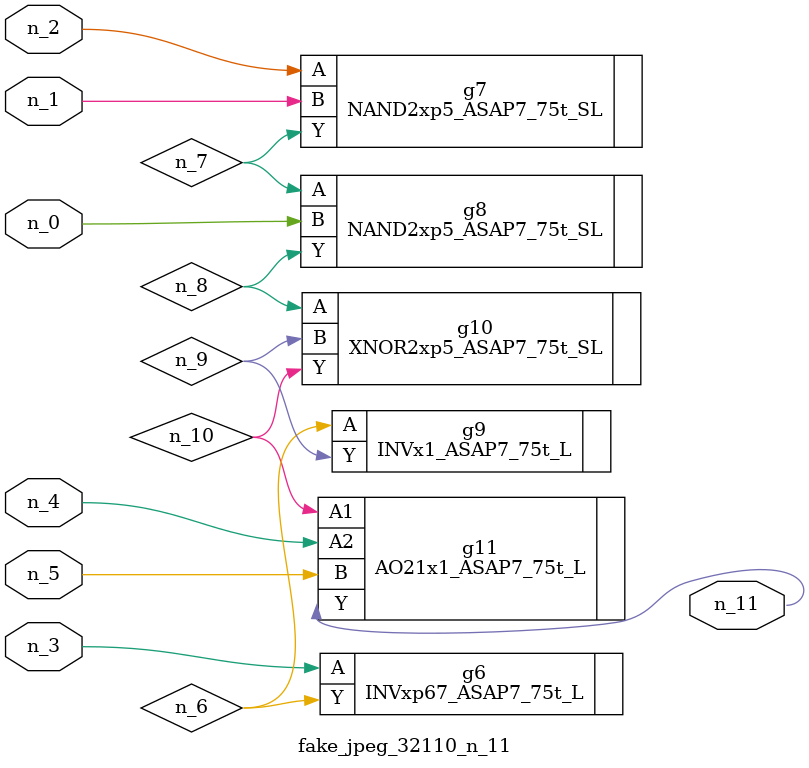
<source format=v>
module fake_jpeg_32110_n_11 (n_3, n_2, n_1, n_0, n_4, n_5, n_11);

input n_3;
input n_2;
input n_1;
input n_0;
input n_4;
input n_5;

output n_11;

wire n_10;
wire n_8;
wire n_9;
wire n_6;
wire n_7;

INVxp67_ASAP7_75t_L g6 ( 
.A(n_3),
.Y(n_6)
);

NAND2xp5_ASAP7_75t_SL g7 ( 
.A(n_2),
.B(n_1),
.Y(n_7)
);

NAND2xp5_ASAP7_75t_SL g8 ( 
.A(n_7),
.B(n_0),
.Y(n_8)
);

XNOR2xp5_ASAP7_75t_SL g10 ( 
.A(n_8),
.B(n_9),
.Y(n_10)
);

INVx1_ASAP7_75t_L g9 ( 
.A(n_6),
.Y(n_9)
);

AO21x1_ASAP7_75t_L g11 ( 
.A1(n_10),
.A2(n_4),
.B(n_5),
.Y(n_11)
);


endmodule
</source>
